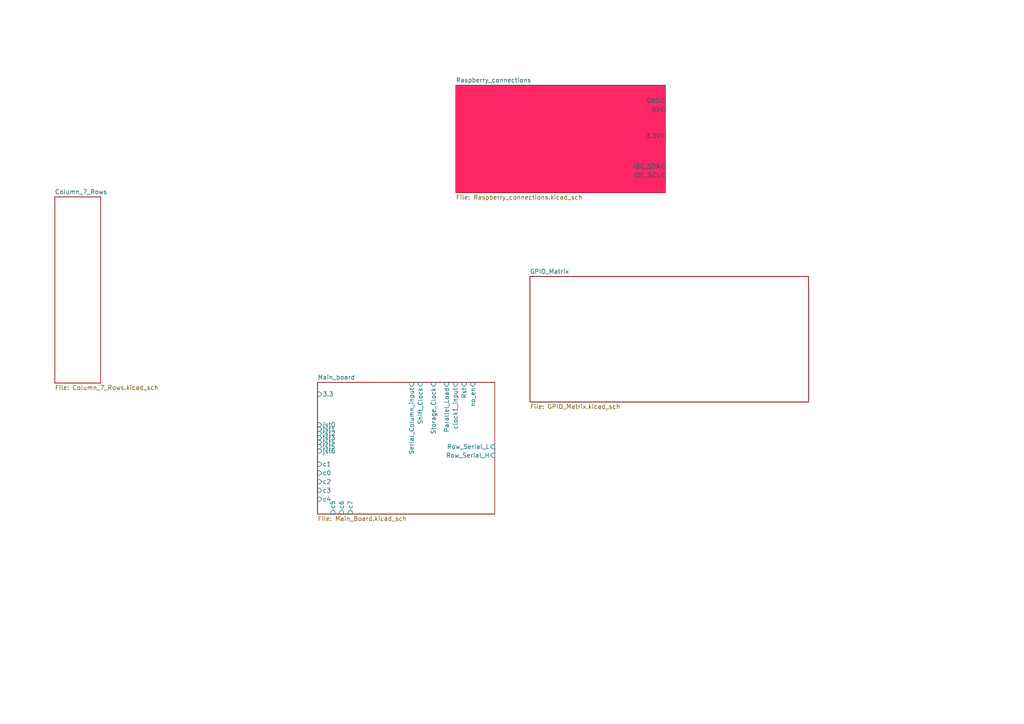
<source format=kicad_sch>
(kicad_sch
	(version 20231120)
	(generator "eeschema")
	(generator_version "8.0")
	(uuid "473e845e-7ed3-42b5-aa14-5895a6f0c76b")
	(paper "A4")
	(lib_symbols)
	(sheet
		(at 132.2 24.7)
		(size 60.8 31.2)
		(fields_autoplaced yes)
		(stroke
			(width 0.1524)
			(type solid)
		)
		(fill
			(color 255 37 102 1.0000)
		)
		(uuid "804dea6d-a0a4-468a-af5f-0c809704b14f")
		(property "Sheetname" "Raspberry_connections"
			(at 132.2 23.9884 0)
			(effects
				(font
					(size 1.27 1.27)
				)
				(justify left bottom)
			)
		)
		(property "Sheetfile" "Raspberry_connections.kicad_sch"
			(at 132.2 56.4846 0)
			(effects
				(font
					(size 1.27 1.27)
				)
				(justify left top)
			)
		)
		(pin "5V" input
			(at 193 31.75 0)
			(effects
				(font
					(size 1.27 1.27)
				)
				(justify right)
			)
			(uuid "9f9569eb-d192-4919-9a1f-b970216bb6fb")
		)
		(pin "3.3V" input
			(at 193 39.37 0)
			(effects
				(font
					(size 1.27 1.27)
				)
				(justify right)
			)
			(uuid "b8e588b4-8462-4dde-b3c8-2a9e982c96aa")
		)
		(pin "I2C_SDA" input
			(at 193 48.26 0)
			(effects
				(font
					(size 1.27 1.27)
				)
				(justify right)
			)
			(uuid "ea6b81cc-32ab-487c-a41a-4b2403bcd0ef")
		)
		(pin "I2C_SCL" input
			(at 193 50.8 0)
			(effects
				(font
					(size 1.27 1.27)
				)
				(justify right)
			)
			(uuid "7566e0a4-8c87-4d83-933c-9555e1c1221a")
		)
		(pin "GND" input
			(at 193 29.21 0)
			(effects
				(font
					(size 1.27 1.27)
				)
				(justify right)
			)
			(uuid "47a01a1b-e5df-4b94-a20b-a2abe1f24c66")
		)
		(instances
			(project "MuseMatrix_Core"
				(path "/473e845e-7ed3-42b5-aa14-5895a6f0c76b"
					(page "2")
				)
			)
		)
	)
	(sheet
		(at 92.1 110.9)
		(size 51.4 38.2)
		(fields_autoplaced yes)
		(stroke
			(width 0.1524)
			(type solid)
		)
		(fill
			(color 0 0 0 0.0000)
		)
		(uuid "87634a3e-a16c-4e1a-8724-f7b86e6a4f09")
		(property "Sheetname" "Main_board"
			(at 92.1 110.1884 0)
			(effects
				(font
					(size 1.27 1.27)
				)
				(justify left bottom)
			)
		)
		(property "Sheetfile" "Main_Board.kicad_sch"
			(at 92.1 149.6846 0)
			(effects
				(font
					(size 1.27 1.27)
				)
				(justify left top)
			)
		)
		(pin "jst0" input
			(at 92.1 123.19 180)
			(effects
				(font
					(size 1.27 1.27)
				)
				(justify left)
			)
			(uuid "42e7f044-2053-4033-aecd-4376b713c7d7")
		)
		(pin "jst1" input
			(at 92.1 124.46 180)
			(effects
				(font
					(size 1.27 1.27)
				)
				(justify left)
			)
			(uuid "a71c53b5-a6de-4cdf-b210-b98028f7d965")
		)
		(pin "jst2" input
			(at 92.1 125.73 180)
			(effects
				(font
					(size 1.27 1.27)
				)
				(justify left)
			)
			(uuid "e51883c7-63c6-4e0b-a68e-119cd129acd8")
		)
		(pin "3.3" input
			(at 92.1 114.3 180)
			(effects
				(font
					(size 1.27 1.27)
				)
				(justify left)
			)
			(uuid "7d0504fb-2ed9-458c-84e5-bf1660724a67")
		)
		(pin "jst3" input
			(at 92.1 127 180)
			(effects
				(font
					(size 1.27 1.27)
				)
				(justify left)
			)
			(uuid "00071a15-92da-4008-8ed5-9e4e7374e2bf")
		)
		(pin "clock1_input" input
			(at 132.08 110.9 90)
			(effects
				(font
					(size 1.27 1.27)
				)
				(justify right)
			)
			(uuid "3a6ec7d2-4d82-4cdd-9bb4-74bcfd06217e")
		)
		(pin "jst5" input
			(at 92.1 129.54 180)
			(effects
				(font
					(size 1.27 1.27)
				)
				(justify left)
			)
			(uuid "0cee1d4b-df0f-4191-a985-12c39b5cae26")
		)
		(pin "jst4" input
			(at 92.1 128.27 180)
			(effects
				(font
					(size 1.27 1.27)
				)
				(justify left)
			)
			(uuid "2866ca73-d865-4f9f-978a-e639dfeb16f7")
		)
		(pin "Parallel_Load" input
			(at 129.54 110.9 90)
			(effects
				(font
					(size 1.27 1.27)
				)
				(justify right)
			)
			(uuid "8cd31ed8-21db-4cd4-a79e-eeaa9d8f85f3")
		)
		(pin "jst6" input
			(at 92.1 130.81 180)
			(effects
				(font
					(size 1.27 1.27)
				)
				(justify left)
			)
			(uuid "7862d550-82d4-47e9-b4b3-7354b8cfa429")
		)
		(pin "Row_Serial_L" input
			(at 143.5 129.54 0)
			(effects
				(font
					(size 1.27 1.27)
				)
				(justify right)
			)
			(uuid "754e9bc2-7444-4824-9899-669cef9c9d3b")
		)
		(pin "Rst" input
			(at 134.62 110.9 90)
			(effects
				(font
					(size 1.27 1.27)
				)
				(justify right)
			)
			(uuid "e0b79ffd-dc15-405b-9b33-616ff8f0c53d")
		)
		(pin "no_en" input
			(at 137.16 110.9 90)
			(effects
				(font
					(size 1.27 1.27)
				)
				(justify right)
			)
			(uuid "bb3fe48c-ef98-41ae-b8e9-94d038bd3535")
		)
		(pin "Storage_Clock" input
			(at 125.73 110.9 90)
			(effects
				(font
					(size 1.27 1.27)
				)
				(justify right)
			)
			(uuid "2d3b3767-254d-4d40-b72f-f14776791f4c")
		)
		(pin "Shift_Clock" input
			(at 121.92 110.9 90)
			(effects
				(font
					(size 1.27 1.27)
				)
				(justify right)
			)
			(uuid "9b715e51-2fd5-4977-8c09-619608475364")
		)
		(pin "Row_Serial_H" input
			(at 143.5 132.08 0)
			(effects
				(font
					(size 1.27 1.27)
				)
				(justify right)
			)
			(uuid "8490fc48-7628-4739-80fd-ab55f75dbd74")
		)
		(pin "Serial_Column_input" input
			(at 119.38 110.9 90)
			(effects
				(font
					(size 1.27 1.27)
				)
				(justify right)
			)
			(uuid "4e498969-6e2e-46ef-ae6e-cd7e6d83cd25")
		)
		(pin "c1" input
			(at 92.1 134.62 180)
			(effects
				(font
					(size 1.27 1.27)
				)
				(justify left)
			)
			(uuid "65b31965-2a82-404a-a5f8-03cd0b23a192")
		)
		(pin "c0" input
			(at 92.1 137.16 180)
			(effects
				(font
					(size 1.27 1.27)
				)
				(justify left)
			)
			(uuid "5a460fef-a6a1-414d-8bf4-f7345055eced")
		)
		(pin "c2" input
			(at 92.1 139.7 180)
			(effects
				(font
					(size 1.27 1.27)
				)
				(justify left)
			)
			(uuid "b764027b-692a-4d12-8cf7-0ff13dbe07b4")
		)
		(pin "c3" input
			(at 92.1 142.24 180)
			(effects
				(font
					(size 1.27 1.27)
				)
				(justify left)
			)
			(uuid "f2aabe57-1155-4fa4-886b-d4a97f9e67d8")
		)
		(pin "c4" input
			(at 92.1 144.78 180)
			(effects
				(font
					(size 1.27 1.27)
				)
				(justify left)
			)
			(uuid "8e5ea11e-6e7e-4120-80a8-80fba1f00add")
		)
		(pin "c7" input
			(at 101.6 149.1 270)
			(effects
				(font
					(size 1.27 1.27)
				)
				(justify left)
			)
			(uuid "19a312a9-7a07-4463-b23f-29e79e477be5")
		)
		(pin "c6" input
			(at 99.06 149.1 270)
			(effects
				(font
					(size 1.27 1.27)
				)
				(justify left)
			)
			(uuid "e5dea579-91c8-4814-b76d-853e9a8c802c")
		)
		(pin "c5" input
			(at 96.52 149.1 270)
			(effects
				(font
					(size 1.27 1.27)
				)
				(justify left)
			)
			(uuid "b01958d5-84f4-45d8-b4b2-a0ae857d0660")
		)
		(instances
			(project "MuseMatrix_Core"
				(path "/473e845e-7ed3-42b5-aa14-5895a6f0c76b"
					(page "5")
				)
			)
		)
	)
	(sheet
		(at 153.7 80.2)
		(size 80.8 36.4)
		(fields_autoplaced yes)
		(stroke
			(width 0.1524)
			(type solid)
		)
		(fill
			(color 0 0 0 0.0000)
		)
		(uuid "a77034fe-2995-4481-9691-2607c0f0b0a8")
		(property "Sheetname" "GPIO_Matrix"
			(at 153.7 79.4884 0)
			(effects
				(font
					(size 1.27 1.27)
				)
				(justify left bottom)
			)
		)
		(property "Sheetfile" "GPIO_Matrix.kicad_sch"
			(at 153.7 117.1846 0)
			(effects
				(font
					(size 1.27 1.27)
				)
				(justify left top)
			)
		)
		(instances
			(project "MuseMatrix_Core"
				(path "/473e845e-7ed3-42b5-aa14-5895a6f0c76b"
					(page "3")
				)
			)
		)
	)
	(sheet
		(at 15.9 57.1)
		(size 13.3 54)
		(fields_autoplaced yes)
		(stroke
			(width 0.1524)
			(type solid)
		)
		(fill
			(color 0 0 0 0.0000)
		)
		(uuid "ed4494d0-8946-4ba9-a797-3fefaa08853d")
		(property "Sheetname" "Column_7_Rows"
			(at 15.9 56.3884 0)
			(effects
				(font
					(size 1.27 1.27)
				)
				(justify left bottom)
			)
		)
		(property "Sheetfile" "Column_7_Rows.kicad_sch"
			(at 15.9 111.6846 0)
			(effects
				(font
					(size 1.27 1.27)
				)
				(justify left top)
			)
		)
		(instances
			(project "MuseMatrix_Core"
				(path "/473e845e-7ed3-42b5-aa14-5895a6f0c76b"
					(page "4")
				)
			)
		)
	)
	(sheet_instances
		(path "/"
			(page "1")
		)
	)
)

</source>
